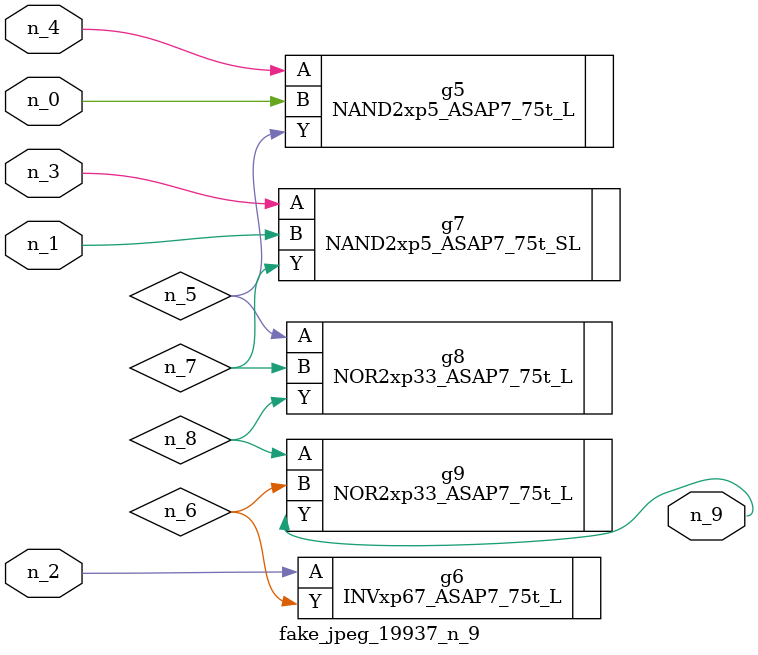
<source format=v>
module fake_jpeg_19937_n_9 (n_3, n_2, n_1, n_0, n_4, n_9);

input n_3;
input n_2;
input n_1;
input n_0;
input n_4;

output n_9;

wire n_8;
wire n_6;
wire n_5;
wire n_7;

NAND2xp5_ASAP7_75t_L g5 ( 
.A(n_4),
.B(n_0),
.Y(n_5)
);

INVxp67_ASAP7_75t_L g6 ( 
.A(n_2),
.Y(n_6)
);

NAND2xp5_ASAP7_75t_SL g7 ( 
.A(n_3),
.B(n_1),
.Y(n_7)
);

NOR2xp33_ASAP7_75t_L g8 ( 
.A(n_5),
.B(n_7),
.Y(n_8)
);

NOR2xp33_ASAP7_75t_L g9 ( 
.A(n_8),
.B(n_6),
.Y(n_9)
);


endmodule
</source>
